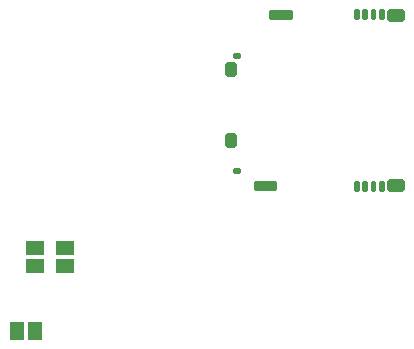
<source format=gtp>
G75*
%MOIN*%
%OFA0B0*%
%FSLAX24Y24*%
%IPPOS*%
%LPD*%
%AMOC8*
5,1,8,0,0,1.08239X$1,22.5*
%
%ADD10R,0.0630X0.0460*%
%ADD11R,0.0460X0.0630*%
%ADD12C,0.0197*%
%ADD13C,0.0217*%
%ADD14C,0.0089*%
%ADD15C,0.0177*%
%ADD16C,0.0098*%
D10*
X039068Y044001D03*
X039068Y044601D03*
X040068Y044601D03*
X040068Y044001D03*
D11*
X038468Y041821D03*
X039068Y041821D03*
D12*
X045506Y048044D02*
X045704Y048044D01*
X045506Y048044D02*
X045506Y048320D01*
X045704Y048320D01*
X045704Y048044D01*
X045704Y048240D02*
X045506Y048240D01*
X045506Y050406D02*
X045704Y050406D01*
X045506Y050406D02*
X045506Y050682D01*
X045704Y050682D01*
X045704Y050406D01*
X045704Y050602D02*
X045506Y050602D01*
D13*
X051284Y052252D02*
X051284Y052468D01*
X051284Y052252D02*
X050910Y052252D01*
X050910Y052468D01*
X051284Y052468D01*
X050910Y052468D01*
X051284Y046809D02*
X051284Y046593D01*
X050910Y046593D01*
X050910Y046809D01*
X051284Y046809D01*
X050910Y046809D01*
D14*
X050659Y046809D02*
X050659Y046543D01*
X050571Y046543D01*
X050571Y046809D01*
X050659Y046809D01*
X050659Y046631D02*
X050571Y046631D01*
X050571Y046719D02*
X050659Y046719D01*
X050659Y046807D02*
X050571Y046807D01*
X050383Y046809D02*
X050383Y046543D01*
X050295Y046543D01*
X050295Y046809D01*
X050383Y046809D01*
X050383Y046631D02*
X050295Y046631D01*
X050295Y046719D02*
X050383Y046719D01*
X050383Y046807D02*
X050295Y046807D01*
X050107Y046809D02*
X050107Y046543D01*
X050019Y046543D01*
X050019Y046809D01*
X050107Y046809D01*
X050107Y046631D02*
X050019Y046631D01*
X050019Y046719D02*
X050107Y046719D01*
X050107Y046807D02*
X050019Y046807D01*
X049832Y046809D02*
X049832Y046543D01*
X049744Y046543D01*
X049744Y046809D01*
X049832Y046809D01*
X049832Y046631D02*
X049744Y046631D01*
X049744Y046719D02*
X049832Y046719D01*
X049832Y046807D02*
X049744Y046807D01*
X049832Y052252D02*
X049832Y052518D01*
X049832Y052252D02*
X049744Y052252D01*
X049744Y052518D01*
X049832Y052518D01*
X049832Y052340D02*
X049744Y052340D01*
X049744Y052428D02*
X049832Y052428D01*
X049832Y052516D02*
X049744Y052516D01*
X050107Y052518D02*
X050107Y052252D01*
X050019Y052252D01*
X050019Y052518D01*
X050107Y052518D01*
X050107Y052340D02*
X050019Y052340D01*
X050019Y052428D02*
X050107Y052428D01*
X050107Y052516D02*
X050019Y052516D01*
X050383Y052518D02*
X050383Y052252D01*
X050295Y052252D01*
X050295Y052518D01*
X050383Y052518D01*
X050383Y052340D02*
X050295Y052340D01*
X050295Y052428D02*
X050383Y052428D01*
X050383Y052516D02*
X050295Y052516D01*
X050659Y052518D02*
X050659Y052252D01*
X050571Y052252D01*
X050571Y052518D01*
X050659Y052518D01*
X050659Y052340D02*
X050571Y052340D01*
X050571Y052428D02*
X050659Y052428D01*
X050659Y052516D02*
X050571Y052516D01*
D15*
X047563Y052474D02*
X047563Y052296D01*
X046953Y052296D01*
X046953Y052474D01*
X047563Y052474D01*
X047563Y052472D02*
X046953Y052472D01*
X047051Y046765D02*
X047051Y046587D01*
X046441Y046587D01*
X046441Y046765D01*
X047051Y046765D01*
X047051Y046763D02*
X046441Y046763D01*
D16*
X045871Y047129D02*
X045693Y047129D01*
X045693Y047227D01*
X045871Y047227D01*
X045871Y047129D01*
X045871Y047226D02*
X045693Y047226D01*
X045693Y050967D02*
X045871Y050967D01*
X045693Y050967D02*
X045693Y051065D01*
X045871Y051065D01*
X045871Y050967D01*
X045871Y051064D02*
X045693Y051064D01*
M02*

</source>
